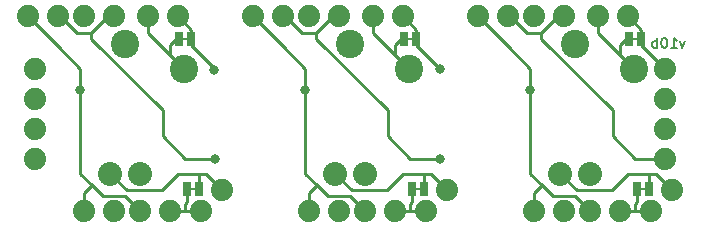
<source format=gbr>
G04 #@! TF.GenerationSoftware,KiCad,Pcbnew,(5.1.2)-1*
G04 #@! TF.CreationDate,2019-10-23T14:31:02-07:00*
G04 #@! TF.ProjectId,SparkFun-Cherry-MX-Switch-Breakout,53706172-6b46-4756-9e2d-436865727279,rev?*
G04 #@! TF.SameCoordinates,Original*
G04 #@! TF.FileFunction,Copper,L2,Bot*
G04 #@! TF.FilePolarity,Positive*
%FSLAX46Y46*%
G04 Gerber Fmt 4.6, Leading zero omitted, Abs format (unit mm)*
G04 Created by KiCad (PCBNEW (5.1.2)-1) date 2019-10-23 14:31:02*
%MOMM*%
%LPD*%
G04 APERTURE LIST*
%ADD10C,0.133350*%
%ADD11C,0.203200*%
%ADD12C,2.032000*%
%ADD13C,2.400000*%
%ADD14C,1.879600*%
%ADD15R,0.635000X1.270000*%
%ADD16C,0.800000*%
%ADD17C,0.250000*%
%ADD18C,0.254000*%
G04 APERTURE END LIST*
D10*
X197361475Y-93850025D02*
X197160391Y-94413058D01*
X196959308Y-93850025D01*
X196195191Y-94413058D02*
X196677791Y-94413058D01*
X196436491Y-94413058D02*
X196436491Y-93568508D01*
X196516925Y-93689158D01*
X196597358Y-93769591D01*
X196677791Y-93809808D01*
X195672375Y-93568508D02*
X195591941Y-93568508D01*
X195511508Y-93608725D01*
X195471291Y-93648941D01*
X195431075Y-93729375D01*
X195390858Y-93890241D01*
X195390858Y-94091325D01*
X195431075Y-94252191D01*
X195471291Y-94332625D01*
X195511508Y-94372841D01*
X195591941Y-94413058D01*
X195672375Y-94413058D01*
X195752808Y-94372841D01*
X195793025Y-94332625D01*
X195833241Y-94252191D01*
X195873458Y-94091325D01*
X195873458Y-93890241D01*
X195833241Y-93729375D01*
X195793025Y-93648941D01*
X195752808Y-93608725D01*
X195672375Y-93568508D01*
X195028908Y-94413058D02*
X195028908Y-93568508D01*
X195028908Y-93890241D02*
X194948475Y-93850025D01*
X194787608Y-93850025D01*
X194707175Y-93890241D01*
X194666958Y-93930458D01*
X194626741Y-94010891D01*
X194626741Y-94252191D01*
X194666958Y-94332625D01*
X194707175Y-94372841D01*
X194787608Y-94413058D01*
X194948475Y-94413058D01*
X195028908Y-94372841D01*
D11*
X192799000Y-93650000D02*
X193561000Y-93650000D01*
X173749000Y-93650000D02*
X174511000Y-93650000D01*
X193434000Y-106350000D02*
X194196000Y-106350000D01*
X174384000Y-106350000D02*
X175146000Y-106350000D01*
X155334000Y-106350000D02*
X156096000Y-106350000D01*
X154699000Y-93650000D02*
X155461000Y-93650000D01*
D12*
X186830000Y-105080000D03*
X189370000Y-105080000D03*
D13*
X188100000Y-94100000D03*
X193100000Y-96200000D03*
D12*
X167780000Y-105080000D03*
X170320000Y-105080000D03*
D13*
X169050000Y-94100000D03*
X174050000Y-96200000D03*
D14*
X179845000Y-91745000D03*
X182385000Y-91745000D03*
X160795000Y-91745000D03*
X163335000Y-91745000D03*
X184607500Y-91745000D03*
X187147500Y-91745000D03*
X165557500Y-91745000D03*
X168097500Y-91745000D03*
D15*
X192672000Y-93650000D03*
X193688000Y-93650000D03*
X173622000Y-93650000D03*
X174638000Y-93650000D03*
D14*
X194513500Y-108255000D03*
X196309551Y-106458949D03*
X175463500Y-108255000D03*
X177259551Y-106458949D03*
X184607500Y-108255000D03*
X187147500Y-108255000D03*
X165557500Y-108255000D03*
X168097500Y-108255000D03*
X190005000Y-91745000D03*
X192545000Y-91745000D03*
X170955000Y-91745000D03*
X173495000Y-91745000D03*
X189370000Y-108255000D03*
X191910000Y-108255000D03*
X170320000Y-108255000D03*
X172860000Y-108255000D03*
X195720000Y-96190000D03*
X195720000Y-98730000D03*
X195720000Y-101270000D03*
X195720000Y-103810000D03*
D15*
X193307000Y-106350000D03*
X194323000Y-106350000D03*
X174257000Y-106350000D03*
X175273000Y-106350000D03*
D13*
X155000000Y-96200000D03*
X150000000Y-94100000D03*
D12*
X151270000Y-105080000D03*
X148730000Y-105080000D03*
D14*
X158209551Y-106458949D03*
X156413500Y-108255000D03*
X154445000Y-91745000D03*
X151905000Y-91745000D03*
D15*
X156223000Y-106350000D03*
X155207000Y-106350000D03*
X155588000Y-93650000D03*
X154572000Y-93650000D03*
D14*
X142380000Y-103810000D03*
X142380000Y-101270000D03*
X142380000Y-98730000D03*
X142380000Y-96190000D03*
X144285000Y-91745000D03*
X141745000Y-91745000D03*
X153810000Y-108255000D03*
X151270000Y-108255000D03*
X149047500Y-91745000D03*
X146507500Y-91745000D03*
X149047500Y-108255000D03*
X146507500Y-108255000D03*
D16*
X146190000Y-97972999D03*
X165240000Y-97972999D03*
X184290000Y-97972999D03*
X157620000Y-103810000D03*
X176670000Y-103810000D03*
X157530000Y-96280000D03*
X176670000Y-96190000D03*
D17*
X151905000Y-93105000D02*
X155000000Y-96200000D01*
X151905000Y-93105000D02*
X151905000Y-91745000D01*
X153800001Y-94122389D02*
X154272390Y-93650000D01*
X155000000Y-96200000D02*
X153800001Y-95000001D01*
X153800001Y-95000001D02*
X153800001Y-94122389D01*
X170955000Y-93105000D02*
X170955000Y-91745000D01*
X190005000Y-93105000D02*
X190005000Y-91745000D01*
X172850001Y-94122389D02*
X173322390Y-93650000D01*
X191900001Y-94122389D02*
X192372390Y-93650000D01*
X172850001Y-95000001D02*
X172850001Y-94122389D01*
X191900001Y-95000001D02*
X191900001Y-94122389D01*
X174050000Y-96200000D02*
X172850001Y-95000001D01*
X193100000Y-96200000D02*
X191900001Y-95000001D01*
X170955000Y-93105000D02*
X174050000Y-96200000D01*
X190005000Y-93105000D02*
X193100000Y-96200000D01*
D18*
X151270000Y-108255000D02*
X150000000Y-106985000D01*
X150000000Y-106985000D02*
X148095000Y-106985000D01*
X148095000Y-106985000D02*
X147142500Y-106032500D01*
X146507500Y-108255000D02*
X146507500Y-106667500D01*
X146507500Y-106667500D02*
X147142500Y-106032500D01*
X144285000Y-94285000D02*
X141745000Y-91745000D01*
X146190000Y-96190000D02*
X144285000Y-94285000D01*
X147142500Y-106032500D02*
X146190000Y-105080000D01*
X146190000Y-105080000D02*
X146190000Y-96190000D01*
X167145000Y-106985000D02*
X166192500Y-106032500D01*
X186195000Y-106985000D02*
X185242500Y-106032500D01*
X165557500Y-108255000D02*
X165557500Y-106667500D01*
X184607500Y-108255000D02*
X184607500Y-106667500D01*
X165557500Y-106667500D02*
X166192500Y-106032500D01*
X184607500Y-106667500D02*
X185242500Y-106032500D01*
X170320000Y-108255000D02*
X169050000Y-106985000D01*
X189370000Y-108255000D02*
X188100000Y-106985000D01*
X169050000Y-106985000D02*
X167145000Y-106985000D01*
X188100000Y-106985000D02*
X186195000Y-106985000D01*
X163335000Y-94285000D02*
X160795000Y-91745000D01*
X182385000Y-94285000D02*
X179845000Y-91745000D01*
X165240000Y-96190000D02*
X163335000Y-94285000D01*
X184290000Y-96190000D02*
X182385000Y-94285000D01*
X166192500Y-106032500D02*
X165240000Y-105080000D01*
X185242500Y-106032500D02*
X184290000Y-105080000D01*
X165240000Y-105080000D02*
X165240000Y-96190000D01*
X184290000Y-105080000D02*
X184290000Y-96190000D01*
X156223000Y-105080000D02*
X156830600Y-105080000D01*
X156830600Y-105080000D02*
X158209550Y-106458950D01*
X156223000Y-106350000D02*
X156223000Y-105080000D01*
X150108950Y-106458950D02*
X148730000Y-105080000D01*
X153066050Y-106458950D02*
X150108950Y-106458950D01*
X156223000Y-105080000D02*
X154445000Y-105080000D01*
X154445000Y-105080000D02*
X153066050Y-106458950D01*
X175273000Y-105080000D02*
X175880600Y-105080000D01*
X194323000Y-105080000D02*
X194930600Y-105080000D01*
X175273000Y-106350000D02*
X175273000Y-105080000D01*
X194323000Y-106350000D02*
X194323000Y-105080000D01*
X175880600Y-105080000D02*
X177259550Y-106458950D01*
X194930600Y-105080000D02*
X196309550Y-106458950D01*
X169158950Y-106458950D02*
X167780000Y-105080000D01*
X188208950Y-106458950D02*
X186830000Y-105080000D01*
X172116050Y-106458950D02*
X169158950Y-106458950D01*
X191166050Y-106458950D02*
X188208950Y-106458950D01*
X175273000Y-105080000D02*
X173495000Y-105080000D01*
X194323000Y-105080000D02*
X192545000Y-105080000D01*
X173495000Y-105080000D02*
X172116050Y-106458950D01*
X192545000Y-105080000D02*
X191166050Y-106458950D01*
X153810000Y-108255000D02*
X155080000Y-108255000D01*
X155080000Y-108255000D02*
X156413500Y-108255000D01*
X155207000Y-106350000D02*
X155207000Y-107493000D01*
X155207000Y-107493000D02*
X155080000Y-107620000D01*
X155080000Y-107620000D02*
X155080000Y-108255000D01*
X144285000Y-91745000D02*
X144495000Y-91745000D01*
X149047500Y-91745000D02*
X148505000Y-91745000D01*
X148505000Y-91745000D02*
X147250000Y-93000000D01*
X144495000Y-91745000D02*
X145875000Y-93125000D01*
D17*
X147125000Y-93125000D02*
X145875000Y-93125000D01*
X147250000Y-93000000D02*
X147125000Y-93125000D01*
D18*
X155080000Y-103810000D02*
X157620000Y-103810000D01*
X153175000Y-101905000D02*
X155080000Y-103810000D01*
D17*
X153175000Y-99675000D02*
X153175000Y-101905000D01*
X147125000Y-93125000D02*
X147125000Y-93625000D01*
X147125000Y-93625000D02*
X153175000Y-99675000D01*
D18*
X174257000Y-107493000D02*
X174130000Y-107620000D01*
X193307000Y-107493000D02*
X193180000Y-107620000D01*
X174130000Y-107620000D02*
X174130000Y-108255000D01*
X193180000Y-107620000D02*
X193180000Y-108255000D01*
X174257000Y-106350000D02*
X174257000Y-107493000D01*
X193307000Y-106350000D02*
X193307000Y-107493000D01*
X172860000Y-108255000D02*
X174130000Y-108255000D01*
X191910000Y-108255000D02*
X193180000Y-108255000D01*
X174130000Y-108255000D02*
X175463500Y-108255000D01*
X193180000Y-108255000D02*
X194513500Y-108255000D01*
X163335000Y-91745000D02*
X163545000Y-91745000D01*
X182385000Y-91745000D02*
X182595000Y-91745000D01*
D17*
X166175000Y-93125000D02*
X166175000Y-93625000D01*
X185225000Y-93125000D02*
X185225000Y-93625000D01*
X172225000Y-99675000D02*
X172225000Y-101905000D01*
X191275000Y-99675000D02*
X191275000Y-101905000D01*
X166175000Y-93625000D02*
X172225000Y-99675000D01*
X185225000Y-93625000D02*
X191275000Y-99675000D01*
D18*
X174130000Y-103810000D02*
X176670000Y-103810000D01*
X193180000Y-103810000D02*
X195720000Y-103810000D01*
X172225000Y-101905000D02*
X174130000Y-103810000D01*
X191275000Y-101905000D02*
X193180000Y-103810000D01*
X168097500Y-91745000D02*
X167555000Y-91745000D01*
X187147500Y-91745000D02*
X186605000Y-91745000D01*
X167555000Y-91745000D02*
X166300000Y-93000000D01*
X186605000Y-91745000D02*
X185350000Y-93000000D01*
X163545000Y-91745000D02*
X164925000Y-93125000D01*
X182595000Y-91745000D02*
X183975000Y-93125000D01*
D17*
X166300000Y-93000000D02*
X166175000Y-93125000D01*
X185350000Y-93000000D02*
X185225000Y-93125000D01*
X166175000Y-93125000D02*
X164925000Y-93125000D01*
X185225000Y-93125000D02*
X183975000Y-93125000D01*
D18*
X155588000Y-93650000D02*
X155588000Y-92888000D01*
X155588000Y-92888000D02*
X154445000Y-91745000D01*
X155588000Y-93650000D02*
X155588000Y-94158000D01*
X155588000Y-94158000D02*
X157620000Y-96190000D01*
X174638000Y-93650000D02*
X174638000Y-94158000D01*
X193688000Y-93650000D02*
X193688000Y-94158000D01*
X174638000Y-93650000D02*
X174638000Y-92888000D01*
X193688000Y-93650000D02*
X193688000Y-92888000D01*
X174638000Y-94158000D02*
X176670000Y-96190000D01*
X193688000Y-94158000D02*
X195720000Y-96190000D01*
X174638000Y-92888000D02*
X173495000Y-91745000D01*
X193688000Y-92888000D02*
X192545000Y-91745000D01*
M02*

</source>
